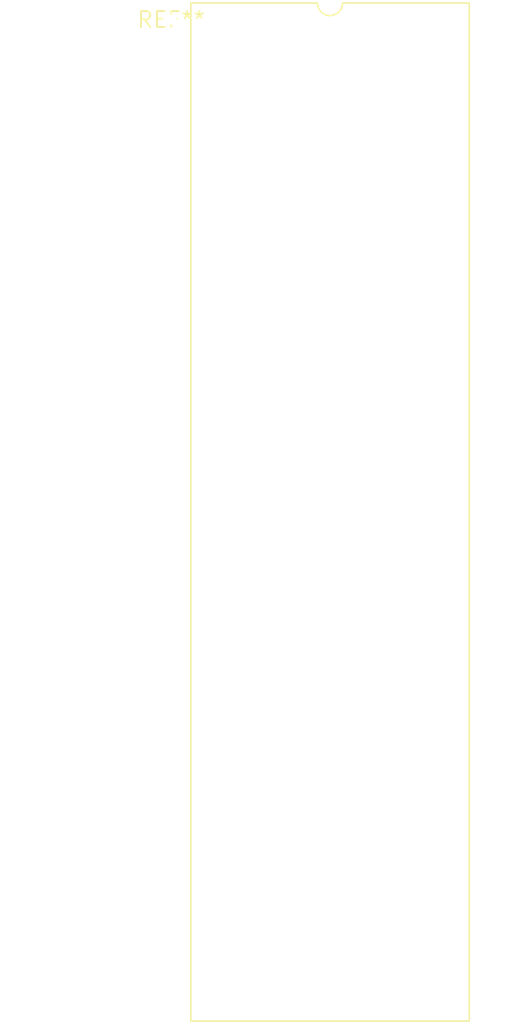
<source format=kicad_pcb>
(kicad_pcb (version 20240108) (generator pcbnew)
  (layers (0 "F.Cu" signal) (31 "B.Cu" signal) (34 "B.Paste" user) (35 "F.Paste" user) (36 "B.SilkS" user "B.Silkscreen") (37 "F.SilkS" user "F.Silkscreen") (38 "B.Mask" user) (39 "F.Mask" user) (44 "Edge.Cuts" user))
  (net 0 "")
  (footprint "DIP-64_W25.4mm_LongPads" (layer "F.Cu") (at 0 0)
    (property "Reference" "REF**")
    (property "Value" "DIP-64_W25.4mm_LongPads")
    (fp_line (start 1.56 -1.33) (end 1.56 80.07) (layer "F.SilkS") (stroke (width 0.12)))
    (fp_line (start 1.56 80.07) (end 23.84 80.07) (layer "F.SilkS") (stroke (width 0.12)))
    (fp_line (start 11.7 -1.33) (end 1.56 -1.33) (layer "F.SilkS") (stroke (width 0.12)))
    (fp_line (start 23.84 -1.33) (end 13.7 -1.33) (layer "F.SilkS") (stroke (width 0.12)))
    (fp_line (start 23.84 80.07) (end 23.84 -1.33) (layer "F.SilkS") (stroke (width 0.12)))
    (fp_arc (start 13.7 -1.33) (mid 12.7 -0.33) (end 11.7 -1.33) (layer "F.SilkS") (stroke (width 0.12)))
    (pad "1" thru_hole rect (at 0 0) (size 2.4 1.6) (drill 0.8) (layers *.Cu *.Mask) (remove_unused_layers))
    (pad "2" thru_hole oval (at 0 2.54) (size 2.4 1.6) (drill 0.8) (layers *.Cu *.Mask) (remove_unused_layers))
    (pad "3" thru_hole oval (at 0 5.08) (size 2.4 1.6) (drill 0.8) (layers *.Cu *.Mask) (remove_unused_layers))
    (pad "4" thru_hole oval (at 0 7.62) (size 2.4 1.6) (drill 0.8) (layers *.Cu *.Mask) (remove_unused_layers))
    (pad "5" thru_hole oval (at 0 10.16) (size 2.4 1.6) (drill 0.8) (layers *.Cu *.Mask) (remove_unused_layers))
    (pad "6" thru_hole oval (at 0 12.7) (size 2.4 1.6) (drill 0.8) (layers *.Cu *.Mask) (remove_unused_layers))
    (pad "7" thru_hole oval (at 0 15.24) (size 2.4 1.6) (drill 0.8) (layers *.Cu *.Mask) (remove_unused_layers))
    (pad "8" thru_hole oval (at 0 17.78) (size 2.4 1.6) (drill 0.8) (layers *.Cu *.Mask) (remove_unused_layers))
    (pad "9" thru_hole oval (at 0 20.32) (size 2.4 1.6) (drill 0.8) (layers *.Cu *.Mask) (remove_unused_layers))
    (pad "10" thru_hole oval (at 0 22.86) (size 2.4 1.6) (drill 0.8) (layers *.Cu *.Mask) (remove_unused_layers))
    (pad "11" thru_hole oval (at 0 25.4) (size 2.4 1.6) (drill 0.8) (layers *.Cu *.Mask) (remove_unused_layers))
    (pad "12" thru_hole oval (at 0 27.94) (size 2.4 1.6) (drill 0.8) (layers *.Cu *.Mask) (remove_unused_layers))
    (pad "13" thru_hole oval (at 0 30.48) (size 2.4 1.6) (drill 0.8) (layers *.Cu *.Mask) (remove_unused_layers))
    (pad "14" thru_hole oval (at 0 33.02) (size 2.4 1.6) (drill 0.8) (layers *.Cu *.Mask) (remove_unused_layers))
    (pad "15" thru_hole oval (at 0 35.56) (size 2.4 1.6) (drill 0.8) (layers *.Cu *.Mask) (remove_unused_layers))
    (pad "16" thru_hole oval (at 0 38.1) (size 2.4 1.6) (drill 0.8) (layers *.Cu *.Mask) (remove_unused_layers))
    (pad "17" thru_hole oval (at 0 40.64) (size 2.4 1.6) (drill 0.8) (layers *.Cu *.Mask) (remove_unused_layers))
    (pad "18" thru_hole oval (at 0 43.18) (size 2.4 1.6) (drill 0.8) (layers *.Cu *.Mask) (remove_unused_layers))
    (pad "19" thru_hole oval (at 0 45.72) (size 2.4 1.6) (drill 0.8) (layers *.Cu *.Mask) (remove_unused_layers))
    (pad "20" thru_hole oval (at 0 48.26) (size 2.4 1.6) (drill 0.8) (layers *.Cu *.Mask) (remove_unused_layers))
    (pad "21" thru_hole oval (at 0 50.8) (size 2.4 1.6) (drill 0.8) (layers *.Cu *.Mask) (remove_unused_layers))
    (pad "22" thru_hole oval (at 0 53.34) (size 2.4 1.6) (drill 0.8) (layers *.Cu *.Mask) (remove_unused_layers))
    (pad "23" thru_hole oval (at 0 55.88) (size 2.4 1.6) (drill 0.8) (layers *.Cu *.Mask) (remove_unused_layers))
    (pad "24" thru_hole oval (at 0 58.42) (size 2.4 1.6) (drill 0.8) (layers *.Cu *.Mask) (remove_unused_layers))
    (pad "25" thru_hole oval (at 0 60.96) (size 2.4 1.6) (drill 0.8) (layers *.Cu *.Mask) (remove_unused_layers))
    (pad "26" thru_hole oval (at 0 63.5) (size 2.4 1.6) (drill 0.8) (layers *.Cu *.Mask) (remove_unused_layers))
    (pad "27" thru_hole oval (at 0 66.04) (size 2.4 1.6) (drill 0.8) (layers *.Cu *.Mask) (remove_unused_layers))
    (pad "28" thru_hole oval (at 0 68.58) (size 2.4 1.6) (drill 0.8) (layers *.Cu *.Mask) (remove_unused_layers))
    (pad "29" thru_hole oval (at 0 71.12) (size 2.4 1.6) (drill 0.8) (layers *.Cu *.Mask) (remove_unused_layers))
    (pad "30" thru_hole oval (at 0 73.66) (size 2.4 1.6) (drill 0.8) (layers *.Cu *.Mask) (remove_unused_layers))
    (pad "31" thru_hole oval (at 0 76.2) (size 2.4 1.6) (drill 0.8) (layers *.Cu *.Mask) (remove_unused_layers))
    (pad "32" thru_hole oval (at 0 78.74) (size 2.4 1.6) (drill 0.8) (layers *.Cu *.Mask) (remove_unused_layers))
    (pad "33" thru_hole oval (at 25.4 78.74) (size 2.4 1.6) (drill 0.8) (layers *.Cu *.Mask) (remove_unused_layers))
    (pad "34" thru_hole oval (at 25.4 76.2) (size 2.4 1.6) (drill 0.8) (layers *.Cu *.Mask) (remove_unused_layers))
    (pad "35" thru_hole oval (at 25.4 73.66) (size 2.4 1.6) (drill 0.8) (layers *.Cu *.Mask) (remove_unused_layers))
    (pad "36" thru_hole oval (at 25.4 71.12) (size 2.4 1.6) (drill 0.8) (layers *.Cu *.Mask) (remove_unused_layers))
    (pad "37" thru_hole oval (at 25.4 68.58) (size 2.4 1.6) (drill 0.8) (layers *.Cu *.Mask) (remove_unused_layers))
    (pad "38" thru_hole oval (at 25.4 66.04) (size 2.4 1.6) (drill 0.8) (layers *.Cu *.Mask) (remove_unused_layers))
    (pad "39" thru_hole oval (at 25.4 63.5) (size 2.4 1.6) (drill 0.8) (layers *.Cu *.Mask) (remove_unused_layers))
    (pad "40" thru_hole oval (at 25.4 60.96) (size 2.4 1.6) (drill 0.8) (layers *.Cu *.Mask) (remove_unused_layers))
    (pad "41" thru_hole oval (at 25.4 58.42) (size 2.4 1.6) (drill 0.8) (layers *.Cu *.Mask) (remove_unused_layers))
    (pad "42" thru_hole oval (at 25.4 55.88) (size 2.4 1.6) (drill 0.8) (layers *.Cu *.Mask) (remove_unused_layers))
    (pad "43" thru_hole oval (at 25.4 53.34) (size 2.4 1.6) (drill 0.8) (layers *.Cu *.Mask) (remove_unused_layers))
    (pad "44" thru_hole oval (at 25.4 50.8) (size 2.4 1.6) (drill 0.8) (layers *.Cu *.Mask) (remove_unused_layers))
    (pad "45" thru_hole oval (at 25.4 48.26) (size 2.4 1.6) (drill 0.8) (layers *.Cu *.Mask) (remove_unused_layers))
    (pad "46" thru_hole oval (at 25.4 45.72) (size 2.4 1.6) (drill 0.8) (layers *.Cu *.Mask) (remove_unused_layers))
    (pad "47" thru_hole oval (at 25.4 43.18) (size 2.4 1.6) (drill 0.8) (layers *.Cu *.Mask) (remove_unused_layers))
    (pad "48" thru_hole oval (at 25.4 40.64) (size 2.4 1.6) (drill 0.8) (layers *.Cu *.Mask) (remove_unused_layers))
    (pad "49" thru_hole oval (at 25.4 38.1) (size 2.4 1.6) (drill 0.8) (layers *.Cu *.Mask) (remove_unused_layers))
    (pad "50" thru_hole oval (at 25.4 35.56) (size 2.4 1.6) (drill 0.8) (layers *.Cu *.Mask) (remove_unused_layers))
    (pad "51" thru_hole oval (at 25.4 33.02) (size 2.4 1.6) (drill 0.8) (layers *.Cu *.Mask) (remove_unused_layers))
    (pad "52" thru_hole oval (at 25.4 30.48) (size 2.4 1.6) (drill 0.8) (layers *.Cu *.Mask) (remove_unused_layers))
    (pad "53" thru_hole oval (at 25.4 27.94) (size 2.4 1.6) (drill 0.8) (layers *.Cu *.Mask) (remove_unused_layers))
    (pad "54" thru_hole oval (at 25.4 25.4) (size 2.4 1.6) (drill 0.8) (layers *.Cu *.Mask) (remove_unused_layers))
    (pad "55" thru_hole oval (at 25.4 22.86) (size 2.4 1.6) (drill 0.8) (layers *.Cu *.Mask) (remove_unused_layers))
    (pad "56" thru_hole oval (at 25.4 20.32) (size 2.4 1.6) (drill 0.8) (layers *.Cu *.Mask) (remove_unused_layers))
    (pad "57" thru_hole oval (at 25.4 17.78) (size 2.4 1.6) (drill 0.8) (layers *.Cu *.Mask) (remove_unused_layers))
    (pad "58" thru_hole oval (at 25.4 15.24) (size 2.4 1.6) (drill 0.8) (layers *.Cu *.Mask) (remove_unused_layers))
    (pad "59" thru_hole oval (at 25.4 12.7) (size 2.4 1.6) (drill 0.8) (layers *.Cu *.Mask) (remove_unused_layers))
    (pad "60" thru_hole oval (at 25.4 10.16) (size 2.4 1.6) (drill 0.8) (layers *.Cu *.Mask) (remove_unused_layers))
    (pad "61" thru_hole oval (at 25.4 7.62) (size 2.4 1.6) (drill 0.8) (layers *.Cu *.Mask) (remove_unused_layers))
    (pad "62" thru_hole oval (at 25.4 5.08) (size 2.4 1.6) (drill 0.8) (layers *.Cu *.Mask) (remove_unused_layers))
    (pad "63" thru_hole oval (at 25.4 2.54) (size 2.4 1.6) (drill 0.8) (layers *.Cu *.Mask) (remove_unused_layers))
    (pad "64" thru_hole oval (at 25.4 0) (size 2.4 1.6) (drill 0.8) (layers *.Cu *.Mask) (remove_unused_layers))
  )
)
</source>
